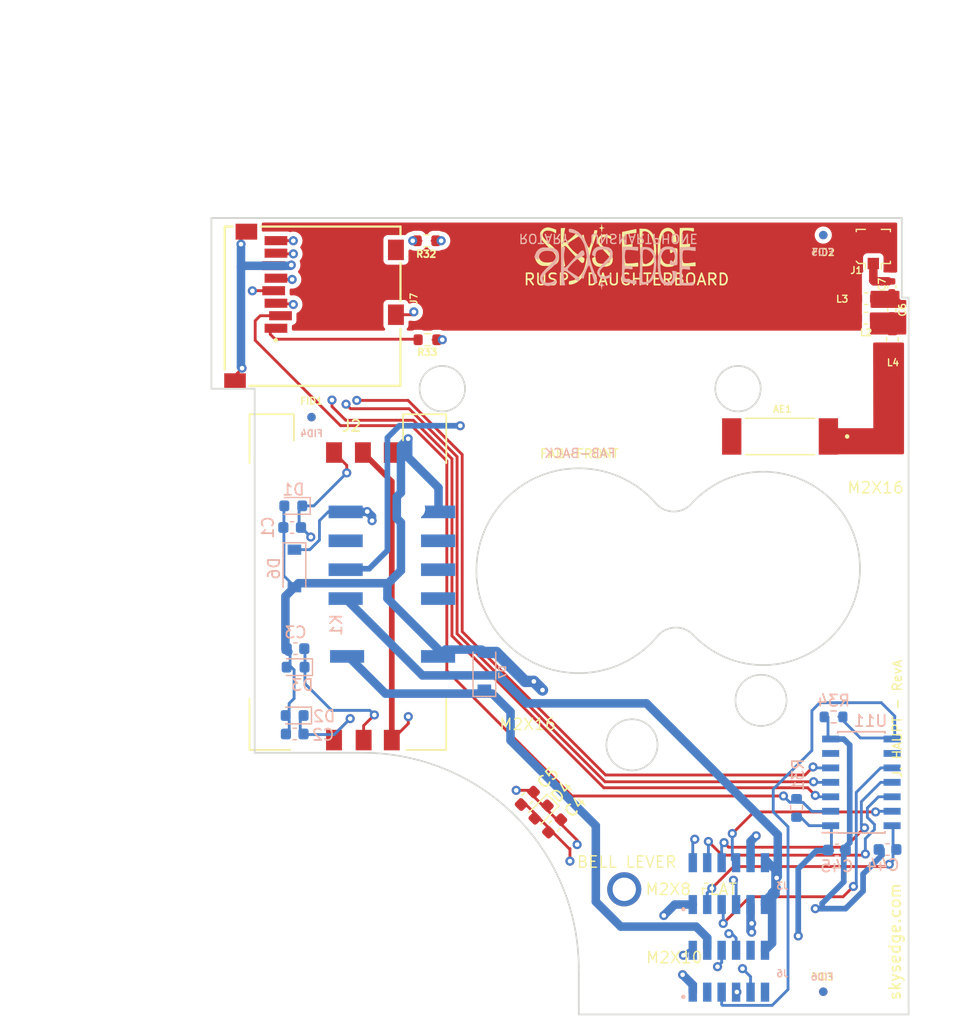
<source format=kicad_pcb>
(kicad_pcb (version 20211014) (generator pcbnew)
  (layers (0 "F.Cu" signal "1_GNDA.Cu") (1 "In1.Cu" signal "2_3v3.Cu") (2 "In2.Cu" signal "3_3V8.Cu") (31 "B.Cu" signal "4_GND.Cu") (34 "B.Paste" user) (35 "F.Paste" user) (36 "B.SilkS" user "B.Silkscreen") (37 "F.SilkS" user "F.Silkscreen") (38 "B.Mask" user) (39 "F.Mask" user) (44 "Edge.Cuts" user))
  (net 0 "")
  (net 1 "GND")
  (net 2 "/MISO")
  (net 3 "/MOSI")
  (net 4 "+3V8")
  (net 5 "+3V3")
  (net 6 "/SD CARD/SCK_3V3")
  (net 7 "/SD CARD/DO_3V3")
  (net 8 "/SD_CD")
  (net 9 "/SD CARD/DI_3V3")
  (net 10 "/SD CARD/CS_3V3")
  (net 11 "/SD_CS")
  (net 12 "/SIM_IO")
  (net 13 "/SIM_CLK")
  (net 14 "/SIM_RST")
  (net 15 "/VSIM")
  (net 16 "/LL_OE")
  (net 17 "Net-(J7-Pad1)")
  (net 18 "Net-(J7-Pad8)")
  (net 19 "/POWSW4")
  (net 20 "/RELAYOFF")
  (net 21 "+BATT")
  (net 22 "Net-(AE1-Pad1)")
  (net 23 "GNDA")
  (net 24 "Net-(C6-Pad2)")
  (net 25 "/SCK")
  (net 26 "Net-(C6-Pad1)")
  (net 27 "Net-(C7-Pad2)")
  (net 29 "VBUS")
  (net 30 "/PDn")
  (net 31 "+1V8")
  (footprint "Capacitor_SMD:C_0603_1608Metric" (layer "F.Cu") (at 145.48 120 -135)
    (fp_text reference "C5")
    (fp_text value ".1uF/16V")
  )
  (footprint "MountingHole:MountingHole_2.2mm_M2" (layer "F.Cu") (at 141 113.5)
    (fp_text reference "MH1" hide)
    (fp_text value "MountingHole")
  )
  (footprint "Fiducial:Fiducial_0.75mm_Dia_1.5mm_Outer" (layer "F.Cu") (at 171.5 70.5)
    (fp_text reference "FID2")
    (fp_text value "Fiducial")
  )
  (footprint "Fiducial:Fiducial_0.75mm_Dia_1.5mm_Outer" (layer "F.Cu") (at 126.5 86.5)
    (fp_text reference "FID1")
    (fp_text value "Fiducial")
  )
  (footprint "Capacitor_SMD:C_0603_1608Metric" (layer "F.Cu") (at 147.88 122.43 -135)
    (fp_text reference "C4")
    (fp_text value "47pF/50V")
  )
  (footprint "Resistor_SMD:R_0603_1608Metric" (layer "F.Cu") (at 136.7 79.7 180)
    (fp_text reference "R33")
    (fp_text value "100k")
  )
  (footprint "Resistor_SMD:R_0603_1608Metric" (layer "F.Cu") (at 136.615 71 180)
    (fp_text reference "R32")
    (fp_text value "100k")
  )
  (footprint "digikey-footprints:MicroSDSocket_GCT_MEM2061-01-188-00-A" (layer "F.Cu") (at 126.6 76.75 -90)
    (fp_text reference "J7")
    (fp_text value "Micro_SD_Card_Det")
  )
  (footprint "MountingHole:MountingHole_2.2mm_M2" (layer "F.Cu") (at 176.5 95.5)
    (fp_text reference "MH4" hide)
    (fp_text value "MountingHole")
  )
  (footprint "Diode_SMD:D_0603_1608Metric" (layer "F.Cu") (at 146.69 121.21 -135)
    (fp_text reference "D4")
    (fp_text value "D_TVS")
  )
  (footprint "MyFootprints:SkysEdge_18mm" (layer "F.Cu") (at 153.3 71.4)
    (fp_text reference "LOGO2" hide)
    (fp_text value "Logo2" hide)
  )
  (footprint "MyFootprints:MountingHole_2mm" (layer "F.Cu") (at 154 128)
    (fp_text reference "MH3" hide)
    (fp_text value "MountingHole")
  )
  (footprint "MountingHole:MountingHole_2.2mm_M2" (layer "F.Cu") (at 154 134)
    (fp_text reference "MH2" hide)
    (fp_text value "MountingHole")
  )
  (footprint "Fiducial:Fiducial_0.75mm_Dia_1.5mm_Outer" (layer "F.Cu") (at 171.5 137)
    (fp_text reference "FID3")
    (fp_text value "Fiducial")
  )
  (footprint "MyFootprints:SIMHolder_Amph7111S2015X02LF" (layer "F.Cu") (at 129.75 102.25 180)
    (fp_text reference "J2")
    (fp_text value "SIM" hide)
  )
  (footprint "Capacitor_SMD:C_0402_1005Metric" (layer "F.Cu") (at 177.53 75.05 90)
    (fp_text reference "C7")
    (fp_text value "3.6pF")
  )
  (footprint "Inductor_SMD:L_0603_1608Metric" (layer "F.Cu") (at 175.26 76.1 180)
    (fp_text reference "L3")
    (fp_text value "9.5nH")
  )
  (footprint "Capacitor_SMD:C_0402_1005Metric" (layer "F.Cu") (at 177.52 77.075 90)
    (fp_text reference "C6")
    (fp_text value ".9pF")
  )
  (footprint "Inductor_SMD:L_0603_1608Metric" (layer "F.Cu") (at 177.58 79.66 90)
    (fp_text reference "L4")
    (fp_text value "7.5nH")
  )
  (footprint "Inductor_SMD:L_0603_1608Metric" (layer "F.Cu") (at 175.25 77.8 180)
    (fp_text reference "L2")
    (fp_text value "15nH")
  )
  (footprint "Connector_Coaxial:U.FL_Molex_MCRF_73412-0110_Vertical" (layer "F.Cu") (at 175.9 71.5)
    (fp_text reference "J1")
    (fp_text value "Conn_Coaxial")
  )
  (footprint "MyFootprints:XCVR_NN02-232" (layer "F.Cu") (at 167.7 88.2 180)
    (fp_text reference "AE1")
    (fp_text value "Antenna_Chip")
  )
  (footprint "Diode_SMD:D_0603_1608Metric" (layer "B.Cu") (at 125.1 108.475 180)
    (fp_text reference "D3")
    (fp_text value "D_TVS")
  )
  (footprint "MyFootprints:Samtec_2x6HeaderSocket_FLE-106-01-G-DV" (layer "B.Cu") (at 163.2 135.2)
    (fp_text reference "J6")
    (fp_text value "Conn_01x12" hide)
  )
  (footprint "Diode_SMD:D_0603_1608Metric" (layer "B.Cu") (at 125.015 112.725 180)
    (fp_text reference "D2")
    (fp_text value "D_TVS")
  )
  (footprint "Fiducial:Fiducial_0.75mm_Dia_1.5mm_Outer" (layer "B.Cu") (at 171.5 70.5)
    (fp_text reference "FID5")
    (fp_text value "Fiducial")
  )
  (footprint "Capacitor_SMD:C_0603_1608Metric" (layer "B.Cu") (at 124.8 96.2 180)
    (fp_text reference "C1")
    (fp_text value "47pF/50V")
  )
  (footprint "Capacitor_SMD:C_0603_1608Metric" (layer "B.Cu") (at 125.025 114.35 180)
    (fp_text reference "C2")
    (fp_text value "47pF/50V")
  )
  (footprint "Diode_SMD:D_0603_1608Metric" (layer "B.Cu") (at 124.9 94.3 180)
    (fp_text reference "D1")
    (fp_text value "D_TVS")
  )
  (footprint "Fiducial:Fiducial_0.75mm_Dia_1.5mm_Outer" (layer "B.Cu") (at 126.5 86.5)
    (fp_text reference "FID4")
    (fp_text value "Fiducial")
  )
  (footprint "Capacitor_SMD:C_0603_1608Metric" (layer "B.Cu") (at 125.09 106.85 180)
    (fp_text reference "C3")
    (fp_text value "47pF/50V")
  )
  (footprint "MyFootprints:Samtec_2x6HeaderSocket_FLE-106-01-G-DV" (layer "B.Cu") (at 163.2 127.5)
    (fp_text reference "J3")
    (fp_text value "Conn_01x12" hide)
  )
  (footprint "MyFootprints:Relay_Kemet_EE2-3TNU" (layer "B.Cu") (at 130.13 107.53 90)
    (fp_text reference "K1")
    (fp_text value "EE2-3TNU " hide)
  )
  (footprint "Diode_SMD:D_SOD-123" (layer "B.Cu") (at 125 99.8 -90)
    (fp_text reference "D6")
    (fp_text value "1N4148")
  )
  (footprint "Resistor_SMD:R_0603_1608Metric" (layer "B.Cu") (at 169.15 120.85 90)
    (fp_text reference "R31")
    (fp_text value "100k")
  )
  (footprint "Diode_SMD:D_SOD-123" (layer "B.Cu") (at 141.7 108.8 90)
    (fp_text reference "D7")
    (fp_text value "1N4148")
  )
  (footprint "MyFootprints:SkysEdge_18mm" (layer "B.Cu") (at 153.3 73.4)
    (fp_text reference "LOGO1" hide)
    (fp_text value "Logo1" hide)
  )
  (footprint "Resistor_SMD:R_0603_1608Metric" (layer "B.Cu") (at 172.4 112.85 180)
    (fp_text reference "R34")
    (fp_text value "10k")
  )
  (footprint "Capacitor_SMD:C_0603_1608Metric" (layer "B.Cu") (at 177.15 124.5 180)
    (fp_text reference "C44")
    (fp_text value ".1uF/16V")
  )
  (footprint "Capacitor_SMD:C_0603_1608Metric" (layer "B.Cu") (at 172.7 124.55)
    (fp_text reference "C45")
    (fp_text value ".1uF/16V")
  )
  (footprint "Fiducial:Fiducial_0.75mm_Dia_1.5mm_Outer" (layer "B.Cu") (at 171.5 137)
    (fp_text reference "FID6")
    (fp_text value "Fiducial")
  )
  (footprint "Package_SO:SOIC-14_3.9x8.7mm_P1.27mm" (layer "B.Cu") (at 174.85 118.6)
    (fp_text reference "U11")
    (fp_text value "TXB0104D")
  )
  (gr_arc (start 159.926065 94.096483) (mid 158.28443 94.797249) (end 156.695 93.985) (layer "Edge.Cuts") (width 0.15))
  (gr_arc (start 159.926065 94.096483) (mid 174.722607 99.691385) (end 160.068323 105.648945) (layer "Edge.Cuts") (width 0.15))
  (gr_line (start 121.5 116) (end 121.5 84) (layer "Edge.Cuts") (width 0.15))
  (gr_line (start 121.5 84) (end 117.7 84) (layer "Edge.Cuts") (width 0.15))
  (gr_line (start 117.7 84) (end 117.7 69) (layer "Edge.Cuts") (width 0.15))
  (gr_line (start 117.7 69) (end 178.4 69) (layer "Edge.Cuts") (width 0.15))
  (gr_line (start 121.5 116) (end 131 116) (layer "Edge.Cuts") (width 0.15))
  (gr_line (start 150 139) (end 150 135) (layer "Edge.Cuts") (width 0.15))
  (gr_arc (start 131 116) (mid 144.435029 121.564971) (end 150 135) (layer "Edge.Cuts") (width 0.15))
  (gr_circle (center 154.678 115.301) (end 156.928 115.301) (layer "Edge.Cuts") (width 0.15) (fill none))
  (gr_circle (center 166.024 111.394) (end 168.274 111.394) (layer "Edge.Cuts") (width 0.15) (fill none))
  (gr_arc (start 156.920113 105.754588) (mid 141.001465 100.172112) (end 156.695 93.985) (layer "Edge.Cuts") (width 0.15))
  (gr_arc (start 156.921397 105.755655) (mid 158.470189 104.997082) (end 160.06588 105.651267) (layer "Edge.Cuts") (width 0.15))
  (gr_line (start 179 76) (end 179 139) (layer "Edge.Cuts") (width 0.15))
  (gr_line (start 179 139) (end 150 139) (layer "Edge.Cuts") (width 0.15))
  (gr_line (start 178.4 76) (end 178.4 69) (layer "Edge.Cuts") (width 0.15))
  (gr_circle (center 164 84) (end 166 84) (layer "Edge.Cuts") (width 0.15) (fill none))
  (gr_line (start 179 76) (end 178.4 76) (layer "Edge.Cuts") (width 0.15))
  (gr_circle (center 138 84) (end 140 84) (layer "Edge.Cuts") (width 0.15) (fill none))
  (gr_text "ROTARY   UNSMARTPHONE" (at 152.6 70.8 180) (layer "B.SilkS") (effects (font (size 0.8 0.8) (thickness 0.12)) (justify mirror)))
  (gr_text "FAB-BACK" (at 150.1 89.68) (layer "B.SilkS") (effects (font (size 0.8 0.8) (thickness 0.12)) (justify mirror)))
  (gr_text "RUSP  DAUGHTERBOARD" (at 154.2 74.4) (layer "F.SilkS") (effects (font (size 1 1))))
  (gr_text "skysedge.com" (at 177.8 132.6 90) (layer "F.SilkS") (effects (font (size 1 1))))
  (gr_text "M2X16" (at 145.5 113.5) (layer "F.SilkS") (effects (font (size 1 1) (thickness 0.12))))
  (gr_text "M2X10" (at 158.4 134) (layer "F.SilkS") (effects (font (size 1 1) (thickness 0.12))))
  (gr_text "J. HAUPT - RevA" (at 178 113 90) (layer "F.SilkS") (effects (font (size 0.8 0.8) (thickness 0.12))))
  (gr_text "FAB-FRONT" (at 150.06 89.72) (layer "F.SilkS") (effects (font (size 0.8 0.8) (thickness 0.12))))
  (gr_text "M2X16" (at 176.1 92.7) (layer "F.SilkS") (effects (font (size 1 1) (thickness 0.12))))
  (gr_text "M2X8 FLAT" (at 159.9 128) (layer "F.SilkS") (effects (font (size 1 1) (thickness 0.12))))
  (gr_text "BELL LEVER " (at 154.6 125.6) (layer "F.SilkS") (effects (font (size 1 1) (thickness 0.12))))
  (segment (start 124.667993 73.19) (end 122.675 73.19) (width 0.25) (layer "F.Cu") (net 1))
  (segment (start 133.56 89.6135) (end 133.7865 89.6135) (width 0.25) (layer "F.Cu") (net 1))
  (segment (start 120.275 70.2) (end 120.275 71.275) (width 0.25) (layer "F.Cu") (net 1))
  (segment (start 120.275 71.275) (end 120.3 71.3) (width 0.25) (layer "F.Cu") (net 1))
  (segment (start 124.723699 73.134294) (end 124.667993 73.19) (width 0.25) (layer "F.Cu") (net 1))
  (segment (start 149.22501 124.42501) (end 149.153762 124.42501) (width 0.25) (layer "F.Cu") (net 1))
  (segment (start 147.319376 122.560624) (end 146.229376 121.470624) (width 0.25) (layer "F.Cu") (net 1))
  (segment (start 149.22501 124.42501) (end 149.22501 125.524888) (width 0.25) (layer "F.Cu") (net 1))
  (segment (start 147.319376 122.590624) (end 147.319376 122.560624) (width 0.25) (layer "F.Cu") (net 1))
  (segment (start 119.275 83.35) (end 120.396006 82.228994) (width 0.25) (layer "F.Cu") (net 1))
  (segment (start 146.229376 121.428198) (end 145.140589 120.339411) (width 0.25) (layer "F.Cu") (net 1))
  (segment (start 133.7865 89.6135) (end 135 88.4) (width 0.25) (layer "F.Cu") (net 1))
  (segment (start 149.153762 124.42501) (end 147.319376 122.590624) (width 0.25) (layer "F.Cu") (net 1))
  (segment (start 146.229376 121.470624) (end 146.229376 121.428198) (width 0.25) (layer "F.Cu") (net 1))
  (segment (start 120.396006 82.228994) (end 120.396006 82.2) (width 0.25) (layer "F.Cu") (net 1))
  (via (at 159.13266 135.50734) (size 0.8) (drill 0.4) (layers "F.Cu" "B.Cu") (net 1))
  (via (at 124.723699 73.134294) (size 0.8) (drill 0.4) (layers "F.Cu" "B.Cu") (net 1))
  (via (at 120.3 71.3) (size 0.8) (drill 0.4) (layers "F.Cu" "B.Cu") (net 1))
  (via (at 135 88.4) (size 0.8) (drill 0.4) (layers "F.Cu" "B.Cu") (net 1))
  (via (at 165.6 123.3) (size 0.8) (drill 0.4) (layers "F.Cu" "B.Cu") (net 1))
  (via (at 149.22501 125.524888) (size 0.8) (drill 0.4) (layers "F.Cu" "B.Cu") (net 1))
  (via (at 157.48 130.302) (size 0.8) (drill 0.4) (layers "F.Cu" "B.Cu") (net 1))
  (via (at 170.8 129.7) (size 0.8) (drill 0.4) (layers "F.Cu" "B.Cu") (net 1))
  (via (at 146.05 109.728) (size 0.8) (drill 0.4) (layers "F.Cu" "B.Cu") (net 1))
  (via (at 146.812 110.49) (size 0.8) (drill 0.4) (layers "F.Cu" "B.Cu") (net 1))
  (via (at 120.396006 82.2) (size 0.8) (drill 0.4) (layers "F.Cu" "B.Cu") (net 1))
  (segment (start 137.6 107.6) (end 138.266 106.934) (width 0.75) (layer "B.Cu") (net 1))
  (segment (start 125.35 101.1) (end 133.104 101.1) (width 0.75) (layer "B.Cu") (net 1))
  (segment (start 124.968 108.712) (end 124.968 111.232) (width 0.25) (layer "B.Cu") (net 1))
  (segment (start 135 88.4) (end 134.366 89.034) (width 0.75) (layer "B.Cu") (net 1))
  (segment (start 135 88.4) (end 135 90.042) (width 0.75) (layer "B.Cu") (net 1))
  (segment (start 171.4 129.24198) (end 173.3 127.34198) (width 0.5) (layer "B.Cu") (net 1))
  (segment (start 171.915 114.515) (end 172.2 114.8) (width 0.25) (layer "B.Cu") (net 1))
  (segment (start 173.457984 129.7) (end 171.4 129.7) (width 0.5) (layer "B.Cu") (net 1))
  (segment (start 158.442 129.34) (end 157.48 130.302) (width 0.75) (layer "B.Cu") (net 1))
  (segment (start 171.915 112.85) (end 171.915 114.515) (width 0.25) (layer "B.Cu") (net 1))
  (segment (start 124.074999 94.615001) (end 124.074999 100.452999) (width 0.25) (layer "B.Cu") (net 1))
  (segment (start 173.82499 123.91001) (end 173.82499 115.32499) (width 0.5) (layer "B.Cu") (net 1))
  (segment (start 160.025 129.34) (end 158.442 129.34) (width 0.75) (layer "B.Cu") (net 1))
  (segment (start 146.05 109.728) (end 145.288 109.728) (width 1) (layer "B.Cu") (net 1))
  (segment (start 134.366 89.034) (end 134.366 93.134) (width 0.75) (layer "B.Cu") (net 1))
  (segment (start 160.025 136.39968) (end 159.13266 135.50734) (width 0.75) (layer "B.Cu") (net 1))
  (segment (start 138.266 106.934) (end 141.478 106.934) (width 0.75) (layer "B.Cu") (net 1))
  (segment (start 173.185 124.55) (end 173.82499 123.91001) (width 0.5) (layer "B.Cu") (net 1))
  (segment (start 176.665 124.993002) (end 174.999992 126.65801) (width 0.5) (layer "B.Cu") (net 1))
  (segment (start 146.05 109.728) (end 146.812 110.49) (width 1) (layer "B.Cu") (net 1))
  (segment (start 176.665 124.5) (end 176.37 124.5) (width 0.25) (layer "B.Cu") (net 1))
  (segment (start 137.6 106.866) (end 137.6 107.6) (width 0.75) (layer "B.Cu") (net 1))
  (segment (start 134.366 99.980002) (end 133.175001 101.171001) (width 0.75) (layer "B.Cu") (net 1))
  (segment (start 124.206 102.244) (end 124.206 106.869214) (width 0.75) (layer "B.Cu") (net 1))
  (segment (start 120.3 73.31) (end 120.3 82.103994) (width 0.75) (layer "B.Cu") (net 1))
  (segment (start 173.3 114.8) (end 172.1 114.8) (width 0.5) (layer "B.Cu") (net 1))
  (segment (start 174.999992 126.65801) (end 174.999992 128.157992) (width 0.5) (layer "B.Cu") (net 1))
  (segment (start 142.748 107.188) (end 141.732 107.188) (width 1) (layer "B.Cu") (net 1))
  (segment (start 171.4 129.7) (end 171.4 129.24198) (width 0.5) (layer "B.Cu") (net 1))
  (segment (start 125 101.45) (end 125.35 101.1) (width 0.75) (layer "B.Cu") (net 1))
  (segment (start 134 95.4) (end 134.366 95.766) (width 0.75) (layer "B.Cu") (net 1))
  (segment (start 134 93.5) (end 134 95.4) (width 0.75) (layer "B.Cu") (net 1))
  (segment (start 160.025 137.04) (end 160.025 136.39968) (width 0.75) (layer "B.Cu") (net 1))
  (segment (start 171.4 129.7) (end 170.8 129.7) (width 0.5) (layer "B.Cu") (net 1))
  (segment (start 137.668 92.71) (end 137.668 94.742) (width 0.75) (layer "B.Cu") (net 1))
  (segment (start 165.105 125.66) (end 165.105 123.795) (width 0.75) (layer "B.Cu") (net 1))
  (segment (start 120.3 82.103994) (end 120.396006 82.2) (width 0.75) (layer "B.Cu") (net 1))
  (segment (start 124.54 114.35) (end 124.54 113.204) (width 0.25) (layer "B.Cu") (net 1))
  (segment (start 174.999992 128.157992) (end 173.457984 129.7) (width 0.5) (layer "B.Cu") (net 1))
  (segment (start 124.074999 100.452999) (end 125.222 101.6) (width 0.25) (layer "B.Cu") (net 1))
  (segment (start 124.714 108.458) (end 124.968 108.712) (width 0.25) (layer "B.Cu") (net 1))
  (segment (start 134.366 95.766) (end 134.366 99.980002) (width 0.75) (layer "B.Cu") (net 1))
  (segment (start 165.105 123.795) (end 165.6 123.3) (width 0.75) (layer "B.Cu") (net 1))
  (segment (start 124.53 111.67) (end 124.53 113.025) (width 0.25) (layer "B.Cu") (net 1))
  (segment (start 124.39 94.3) (end 124.074999 94.615001) (width 0.25) (layer "B.Cu") (net 1))
  (segment (start 120.3 71.3) (end 120.3 73.31) (width 0.75) (layer "B.Cu") (net 1))
  (segment (start 133.104 101.1) (end 133.175001 101.171001) (width 0.75) (layer "B.Cu") (net 1))
  (segment (start 145.288 109.728) (end 142.748 107.188) (width 1) (layer "B.Cu") (net 1))
  (segment (start 124.615 108.475) (end 124.615 107.287) (width 0.25) (layer "B.Cu") (net 1))
  (segment (start 133.175001 102.441001) (end 137.6 106.866) (width 0.75) (layer "B.Cu") (net 1))
  (segment (start 124.206 106.869214) (end 124.46 107.123214) (width 0.75) (layer "B.Cu") (net 1))
  (segment (start 124.968 111.232) (end 124.53 111.67) (width 0.25) (layer "B.Cu") (net 1))
  (segment (start 135 90.042) (end 137.668 92.71) (width 0.75) (layer "B.Cu") (net 1))
  (segment (start 124.657993 73.2) (end 120.41 73.2) (width 0.75) (layer "B.Cu") (net 1))
  (segment (start 124.723699 73.134294) (end 124.657993 73.2) (width 0.75) (layer "B.Cu") (net 1))
  (segment (start 133.175001 101.171001) (end 133.175001 102.441001) (width 0.75) (layer "B.Cu") (net 1))
  (segment (start 176.665 124.5) (end 176.665 124.993002) (width 0.5) (layer "B.Cu") (net 1))
  (segment (start 125 101.45) (end 124.206 102.244) (width 0.75) (layer "B.Cu") (net 1))
  (segment (start 173.3 127.34198) (end 173.3 124.6) (width 0.5) (layer "B.Cu") (net 1))
  (segment (start 120.41 73.2) (end 120.3 73.31) (width 0.75) (layer "B.Cu") (net 1))
  (segment (start 134.366 93.134) (end 134 93.5) (width 0.75) (layer "B.Cu") (net 1))
  (segment (start 173.82499 115.32499) (end 173.3 114.8) (width 0.5) (layer "B.Cu") (net 1))
  (segment (start 165.044989 128.655011) (end 162.7 131) (width 0.25) (layer "F.Cu") (net 2))
  (segment (start 173.244971 128.655011) (end 165.044989 128.655011) (width 0.25) (layer "F.Cu") (net 2))
  (segment (start 174.149991 127.749991) (end 173.244971 128.655011) (width 0.25) (layer "F.Cu") (net 2))
  (via (at 174.149991 127.749991) (size 0.8) (drill 0.4) (layers "F.Cu" "B.Cu") (net 2))
  (via (at 162.7 131) (size 0.8) (drill 0.4) (layers "F.Cu" "B.Cu") (net 2))
  (segment (start 174.4 119.48) (end 174.4 127.499982) (width 0.25) (layer "B.Cu") (net 2))
  (segment (start 176.55 117.33) (end 174.4 119.48) (width 0.25) (layer "B.Cu") (net 2))
  (segment (start 174.4 127.499982) (end 174.149991 127.749991) (width 0.25) (layer "B.Cu") (net 2))
  (segment (start 177.55 117.33) (end 176.55 117.33) (width 0.25) (layer "B.Cu") (net 2))
  (segment (start 162.7 131) (end 162.7 129.3) (width 0.25) (layer "B.Cu") (net 2))
  (segment (start 162.6 125) (end 161.4 123.8) (width 0.25) (layer "F.Cu") (net 3))
  (segment (start 175.2 124.9) (end 175.1 125) (width 0.25) (layer "F.Cu") (net 3))
  (segment (start 175.1 125) (end 162.6 125) (width 0.25) (layer "F.Cu") (net 3))
  (via (at 161.4 123.8) (size 0.8) (drill 0.4) (layers "F.Cu" "B.Cu") (net 3))
  (via (at 175.2 124.9) (size 0.8) (drill 0.4) (layers "F.Cu" "B.Cu") (net 3))
  (segment (start 176 122.749114) (end 175.2 123.549114) (width 0.25) (layer "B.Cu") (net 3))
  (segment (start 175.2 123.549114) (end 175.2 124.9) (width 0.25) (layer "B.Cu") (net 3))
  (segment (start 176.356998 119.87) (end 175.375489 120.851509) (width 0.25) (layer "B.Cu") (net 3))
  (segment (start 175.375489 121.675489) (end 176 122.3) (width 0.25) (layer "B.Cu") (net 3))
  (segment (start 177.55 119.87) (end 176.356998 119.87) (width 0.25) (layer "B.Cu") (net 3))
  (segment (start 161.4 123.8) (end 161.4 125.4) (width 0.25) (layer "B.Cu") (net 3))
  (segment (start 176 122.3) (end 176 122.749114) (width 0.25) (layer "B.Cu") (net 3))
  (segment (start 175.375489 120.851509) (end 175.375489 121.675489) (width 0.25) (layer "B.Cu") (net 3))
  (segment (start 177.3 125.8) (end 177.1 126) (width 0.25) (layer "F.Cu") (net 4))
  (segment (start 177.1 126) (end 163.619805 126) (width 0.25) (layer "F.Cu") (net 4))
  (segment (start 163.619805 126) (end 161.694805 127.925) (width 0.25) (layer "F.Cu") (net 4))
  (via (at 161.694805 127.925) (size 0.8) (drill 0.4) (layers "F.Cu" "B.Cu") (net 4))
  (via (at 160.2 123.6) (size 0.8) (drill 0.4) (layers "F.Cu" "B.Cu") (net 4))
  (via (at 177.3 125.8) (size 0.8) (drill 0.4) (layers "F.Cu" "B.Cu") (net 4))
  (via (at 139.58 87.26) (size 0.8) (drill 0.4) (layers "F.Cu" "B.Cu") (net 4))
  (segment (start 133.174989 88.313011) (end 133.174989 98.219011) (width 0.5) (layer "B.Cu") (net 4))
  (segment (start 131.572 99.822) (end 129.286 99.822) (width 0.5) (layer "B.Cu") (net 4))
  (segment (start 139.58 87.26) (end 134.228 87.26) (width 0.5) (layer "B.Cu") (net 4))
  (segment (start 177.3 125.8) (end 177.635 125.465) (width 0.25) (layer "B.Cu") (net 4))
  (segment (start 177.62 122.5) (end 177.55 122.5) (width 0.25) (layer "B.Cu") (net 4))
  (segment (start 160.025 123.775) (end 160.2 123.6) (width 0.25) (layer "B.Cu") (net 4))
  (segment (start 177.635 125.465) (end 177.635 122.485) (width 0.25) (layer "B.Cu") (net 4))
  (segment (start 161.295 128.324805) (end 161.694805 127.925) (width 0.25) (layer "B.Cu") (net 4))
  (segment (start 160.025 125.66) (end 160.025 123.775) (width 0.25) (layer "B.Cu") (net 4))
  (segment (start 161.295 129.34) (end 161.295 128.324805) (width 0.25) (layer "B.Cu") (net 4))
  (segment (start 134.228 87.26) (end 133.174989 88.313011) (width 0.5) (layer "B.Cu") (net 4))
  (segment (start 133.174989 98.219011) (end 131.572 99.822) (width 0.5) (layer "B.Cu") (net 4))
  (segment (start 177.635 122.485) (end 177.62 122.5) (width 0.25) (layer "B.Cu") (net 4))
  (segment (start 137.185 79.7) (end 138 79.7) (width 0.25) (layer "F.Cu") (net 5))
  (segment (start 137.1 71) (end 137.9 71) (width 0.25) (layer "F.Cu") (net 5))
  (segment (start 122.675 75.39) (end 121.31 75.39) (width 0.25) (layer "F.Cu") (net 5))
  (segment (start 121.31 75.39) (end 121.3 75.4) (width 0.25) (layer "F.Cu") (net 5))
  (via (at 138 79.7) (size 0.8) (drill 0.4) (layers "F.Cu" "B.Cu") (net 5))
  (via (at 121.3 75.4) (size 0.8) (drill 0.4) (layers "F.Cu" "B.Cu") (net 5))
  (via (at 169.3 132.1) (size 0.8) (drill 0.4) (layers "F.Cu" "B.Cu") (net 5))
  (via (at 159.2 133.8) (size 0.8) (drill 0.4) (layers "F.Cu" "B.Cu") (net 5))
  (via (at 137.9 71) (size 0.8) (drill 0.4) (layers "F.Cu" "B.Cu") (net 5))
  (segment (start 170.26 122.41) (end 169.2 121.35) (width 0.25) (layer "B.Cu") (net 5))
  (segment (start 172.15 122.41) (end 170.26 122.41) (width 0.25) (layer "B.Cu") (net 5))
  (segment (start 159.64 133.36) (end 159.2 133.8) (width 0.25) (layer "B.Cu") (net 5))
  (segment (start 170.9 124.6) (end 172.2 124.6) (width 0.5) (layer "B.Cu") (net 5))
  (segment (start 172.215 124.55) (end 172.215 122.565) (width 0.25) (layer "B.Cu") (net 5))
  (segment (start 169.3 132.1) (end 169.3 126.2) (width 0.5) (layer "B.Cu") (net 5))
  (segment (start 169.3 126.2) (end 170.9 124.6) (width 0.5) (layer "B.Cu") (net 5))
  (segment (start 160.025 133.36) (end 159.64 133.36) (width 0.25) (layer "B.Cu") (net 5))
  (segment (start 170.65 118.55) (end 152.31359 118.55) (width 0.25) (layer "F.Cu") (net 6))
  (segment (start 135.083775 85.762339) (end 129.937659 85.762339) (width 0.25) (layer "F.Cu") (net 6))
  (segment (start 129.937659 85.762339) (end 129.53766 85.36234) (width 0.25) (layer "F.Cu") (net 6))
  (segment (start 139.3 105.53641) (end 139.3 89.978564) (width 0.25) (layer "F.Cu") (net 6))
  (segment (start 124.8 74.4) (end 122.8 74.4) (width 0.25) (layer "F.Cu") (net 6))
  (segment (start 122.8 74.4) (end 122.7 74.3) (width 0.25) (layer "F.Cu") (net 6))
  (segment (start 152.31359 118.55) (end 139.3 105.53641) (width 0.25) (layer "F.Cu") (net 6))
  (segment (start 139.3 89.978564) (end 135.083775 85.762339) (width 0.25) (layer "F.Cu") (net 6))
  (via (at 129.53766 85.36234) (size 0.8) (drill 0.4) (layers "F.Cu" "B.Cu") (net 6))
  (via (at 170.65 118.55) (size 0.8) (drill 0.4) (layers "F.Cu" "B.Cu") (net 6))
  (via (at 124.8 74.4) (size 0.8) (drill 0.4) (layers "F.Cu" "B.Cu") (net 6))
  (segment (start 172.15 118.6) (end 170.7 118.6) (width 0.25) (layer "B.Cu") (net 6))
  (segment (start 170.7 118.6) (end 170.65 118.55) (width 0.25) (layer "B.Cu") (net 6))
  (segment (start 139.75 89.792846) (end 134.989659 85.032505) (width 0.25) (layer "F.Cu") (net 7))
  (segment (start 124.909034 72.152125) (end 123.002125 72.152125) (width 0.25) (layer "F.Cu") (net 7))
  (segment (start 152.354784 117.954784) (end 139.75 105.35) (width 0.25) (layer "F.Cu") (net 7))
  (segment (start 170.6 117.25) (end 169.895216 117.954784) (width 0.25) (layer "F.Cu") (net 7))
  (segment (start 169.895216 117.954784) (end 152.354784 117.954784) (width 0.25) (layer "F.Cu") (net 7))
  (segment (start 134.989659 85.032505) (end 130.481712 85.032505) (width 0.25) (layer "F.Cu") (net 7))
  (segment (start 123.002125 72.152125) (end 122.95 72.1) (width 0.25) (layer "F.Cu") (net 7))
  (segment (start 139.75 105.35) (end 139.75 89.792846) (width 0.25) (layer "F.Cu") (net 7))
  (via (at 124.909034 72.152125) (size 0.8) (drill 0.4) (layers "F.Cu" "B.Cu") (net 7))
  (via (at 130.481712 85.032505) (size 0.8) (drill 0.4) (layers "F.Cu" "B.Cu") (net 7))
  (via (at 170.6 117.25) (size 0.8) (drill 0.4) (layers "F.Cu" "B.Cu") (net 7))
  (segment (start 172.15 117.33) (end 170.68 117.33) (width 0.25) (layer "B.Cu") (net 7))
  (segment (start 170.68 117.33) (end 170.6 117.25) (width 0.25) (layer "B.Cu") (net 7))
  (segment (start 135.25 77.5) (end 135.5 77.25) (width 0.25) (layer "F.Cu") (net 8))
  (segment (start 133.425 77.5) (end 135.25 77.5) (width 0.25) (layer "F.Cu") (net 8))
  (via (at 135.5 77.25) (size 0.8) (drill 0.4) (layers "F.Cu" "B.Cu") (net 8))
  (via (at 163.6 127.2) (size 0.8) (drill 0.4) (layers "F.Cu" "B.Cu") (net 8))
  (segment (start 163.835 129.34) (end 163.835 127.435) (width 0.25) (layer "B.Cu") (net 8))
  (segment (start 163.835 127.435) (end 163.6 127.2) (width 0.25) (layer "B.Cu") (net 8))
  (segment (start 128.3 85.565685) (end 128.3 85) (width 0.25) (layer "F.Cu") (net 9))
  (segment (start 129.509316 86.775001) (end 128.3 85.565685) (width 0.25) (layer "F.Cu") (net 9))
  (segment (start 124.85 76.55) (end 122.9 76.55) (width 0.25) (layer "F.Cu") (net 9))
  (segment (start 124.9 76.6) (end 124.85 76.55) (width 0.25) (layer "F.Cu") (net 9))
  (segment (start 138.849991 105.722811) (end 138.849991 90.164273) (width 0.25) (layer "F.Cu") (net 9))
  (segment (start 135.460719 86.775001) (end 129.509316 86.775001) (width 0.25) (layer "F.Cu") (net 9))
  (segment (start 138.849991 90.164273) (end 135.460719 86.775001) (width 0.25) (layer "F.Cu") (net 9))
  (segment (start 170.8 119.75) (end 170.124998 119.074998) (width 0.25) (layer "F.Cu") (net 9))
  (segment (start 152.202178 119.074998) (end 138.849991 105.722811) (width 0.25) (layer "F.Cu") (net 9))
  (segment (start 170.124998 119.074998) (end 152.202178 119.074998) (width 0.25) (layer "F.Cu") (net 9))
  (via (at 124.9 76.6) (size 0.8) (drill 0.4) (layers "F.Cu" "B.Cu") (net 9))
  (via (at 170.8 119.75) (size 0.8) (drill 0.4) (layers "F.Cu" "B.Cu") (net 9))
  (via (at 128.3 85) (size 0.8) (drill 0.4) (layers "F.Cu" "B.Cu") (net 9))
  (segment (start 172.15 119.87) (end 170.92 119.87) (width 0.25) (layer "B.Cu") (net 9))
  (segment (start 170.92 119.87) (end 170.8 119.75) (width 0.25) (layer "B.Cu") (net 9))
  (segment (start 123.275 77.59) (end 121.989998 77.59) (width 0.25) (layer "F.Cu") (net 10))
  (segment (start 129.05 87.25) (end 135.3 87.25) (width 0.25) (layer "F.Cu") (net 10))
  (segment (start 121.549999 79.749999) (end 129.05 87.25) (width 0.25) (layer "F.Cu") (net 10))
  (segment (start 149.409002 119.8) (end 168 119.8) (width 0.25) (layer "F.Cu") (net 10))
  (segment (start 138.39998 108.790978) (end 149.409002 119.8) (width 0.25) (layer "F.Cu") (net 10))
  (segment (start 121.549999 78.029999) (end 121.549999 79.749999) (width 0.25) (layer "F.Cu") (net 10))
  (segment (start 135.3 87.25) (end 138.39998 90.34998) (width 0.25) (layer "F.Cu") (net 10))
  (segment (start 138.39998 90.34998) (end 138.39998 108.790978) (width 0.25) (layer "F.Cu") (net 10))
  (segment (start 121.989998 77.59) (end 121.549999 78.029999) (width 0.25) (layer "F.Cu") (net 10))
  (via (at 168 119.8) (size 0.8) (drill 0.4) (layers "F.Cu" "B.Cu") (net 10))
  (segment (start 168.55 120.35) (end 168 119.8) (width 0.25) (layer "B.Cu") (net 10))
  (segment (start 170.5 121.15) (end 172.2 121.15) (width 0.25) (layer "B.Cu") (net 10))
  (segment (start 169.15 120.365) (end 169.715 120.365) (width 0.25) (layer "B.Cu") (net 10))
  (segment (start 169.715 120.365) (end 170.5 121.15) (width 0.25) (layer "B.Cu") (net 10))
  (segment (start 169.15 120.35) (end 168.55 120.35) (width 0.25) (layer "B.Cu") (net 10))
  (segment (start 176.1 121.2) (end 165.4 121.2) (width 0.25) (layer "F.Cu") (net 11))
  (segment (start 165.4 121.2) (end 163.5 123.1) (width 0.25) (layer "F.Cu") (net 11))
  (via (at 163.5 123.1) (size 0.8) (drill 0.4) (layers "F.Cu" "B.Cu") (net 11))
  (via (at 176.1 121.2) (size 0.8) (drill 0.4) (layers "F.Cu" "B.Cu") (net 11))
  (segment (start 163.5 125.4) (end 163.5 123.1) (width 0.25) (layer "B.Cu") (net 11))
  (segment (start 177.55 121.14) (end 176.16 121.14) (width 0.25) (layer "B.Cu") (net 11))
  (segment (start 176.16 121.14) (end 176.1 121.2) (width 0.25) (layer "B.Cu") (net 11))
  (segment (start 163.8 125.7) (end 163.5 125.4) (width 0.25) (layer "B.Cu") (net 11))
  (segment (start 129.6 90.7335) (end 129.6 91.4) (width 0.25) (layer "F.Cu") (net 12))
  (segment (start 128.48 89.6135) (end 129.6 90.7335) (width 0.25) (layer "F.Cu") (net 12))
  (via (at 129.6 91.4) (size 0.8) (drill 0.4) (layers "F.Cu" "B.Cu") (net 12))
  (via (at 164.4 134.97499) (size 0.8) (drill 0.4) (layers "F.Cu" "B.Cu") (net 12))
  (via (at 126.437701 97.037701) (size 0.8) (drill 0.4) (layers "F.Cu" "B.Cu") (net 12))
  (segment (start 126.437701 97.037701) (end 125.41 96.01) (width 0.25) (layer "B.Cu") (net 12))
  (segment (start 125.41 94.3) (end 126.7 94.3) (width 0.25) (layer "B.Cu") (net 12))
  (segment (start 125.41 96.01) (end 125.41 94.3) (width 0.25) (layer "B.Cu") (net 12))
  (segment (start 165.105 137.04) (end 165.105 135.67999) (width 0.25) (layer "B.Cu") (net 12))
  (segment (start 126.7 94.3) (end 129.6 91.4) (width 0.25) (layer "B.Cu") (net 12))
  (segment (start 165.105 135.67999) (end 164.4 134.97499) (width 0.25) (layer "B.Cu") (net 12))
  (segment (start 128.48 114.42) (end 129.9 113) (width 0.25) (layer "F.Cu") (net 13))
  (segment (start 128.48 114.8865) (end 128.48 114.42) (width 0.25) (layer "F.Cu") (net 13))
  (via (at 129.9 113) (size 0.8) (drill 0.4) (layers "F.Cu" "B.Cu") (net 13))
  (via (at 163.2 131.9) (size 0.8) (drill 0.4) (layers "F.Cu" "B.Cu") (net 13))
  (segment (start 163.835 133.36) (end 163.835 132.2725) (width 0.25) (layer "B.Cu") (net 13))
  (segment (start 125.51 114.35) (end 125.51 113.01) (width 0.25) (layer "B.Cu") (net 13))
  (segment (start 163.835 132.2725) (end 163.4625 131.9) (width 0.25) (layer "B.Cu") (net 13))
  (segment (start 125.6 114.4) (end 128.5 114.4) (width 0.25) (layer "B.Cu") (net 13))
  (segment (start 163.4625 131.9) (end 163.2 131.9) (width 0.25) (layer "B.Cu") (net 13))
  (segment (start 128.5 114.4) (end 129.9 113) (width 0.25) (layer "B.Cu") (net 13))
  (segment (start 131.0835 113.620815) (end 132.029325 112.67499) (width 0.25) (layer "F.Cu") (net 14))
  (segment (start 131.0835 114.8865) (end 131.0835 113.620815) (width 0.25) (layer "F.Cu") (net 14))
  (via (at 163.9 137.02501) (size 0.8) (drill 0.4) (layers "F.Cu" "B.Cu") (net 14))
  (via (at 132.029325 112.67499) (size 0.8) (drill 0.4) (layers "F.Cu" "B.Cu") (net 14))
  (segment (start 131.629326 112.274991) (end 132.029325 112.67499) (width 0.25) (layer "B.Cu") (net 14))
  (segment (start 125.925 109.925) (end 128.274991 112.274991) (width 0.25) (layer "B.Cu") (net 14))
  (segment (start 128.274991 112.274991) (end 131.629326 112.274991) (width 0.25) (layer "B.Cu") (net 14))
  (segment (start 125.925 106.86) (end 125.915 106.85) (width 0.25) (layer "B.Cu") (net 14))
  (segment (start 125.925 108.475) (end 125.925 109.925) (width 0.25) (layer "B.Cu") (net 14))
  (segment (start 125.925 108.475) (end 125.925 106.86) (width 0.25) (layer "B.Cu") (net 14))
  (segment (start 148.040624 121.869376) (end 148.040624 121.839376) (width 0.25) (layer "F.Cu") (net 15))
  (segment (start 133.56 92.16) (end 131.2 89.8) (width 0.5) (layer "F.Cu") (net 15))
  (segment (start 133.56 114.8865) (end 133.56 92.16) (width 0.5) (layer "F.Cu") (net 15))
  (segment (start 149.855726 124.068501) (end 149.855726 123.684478) (width 0.25) (layer "F.Cu") (net 15))
  (segment (start 148.040624 121.839376) (end 145.861837 119.660589) (width 0.25) (layer "F.Cu") (net 15))
  (segment (start 145.819411 119.660589) (end 145.535894 119.377072) (width 0.25) (layer "F.Cu") (net 15))
  (segment (start 135.010743 113.435757) (end 135.010743 112.824979) (width 0.25) (layer "F.Cu") (net 15))
  (segment (start 145.861837 119.660589) (end 145.819411 119.660589) (width 0.25) (layer "F.Cu") (net 15))
  (segment (start 133.56 114.8865) (end 135.010743 113.435757) (width 0.25) (layer "F.Cu") (net 15))
  (segment (start 145.535894 119.3) (end 144.5 119.3) (width 0.25) (layer "F.Cu") (net 15))
  (segment (start 145.535894 119.377072) (end 145.535894 119.3) (width 0.25) (layer "F.Cu") (net 15))
  (segment (start 149.855726 123.684478) (end 148.040624 121.869376) (width 0.25) (layer "F.Cu") (net 15))
  (via (at 144.5 119.3) (size 0.8) (drill 0.4) (layers "F.Cu" "B.Cu") (net 15))
  (via (at 135.010743 112.824979) (size 0.8) (drill 0.4) (layers "F.Cu" "B.Cu") (net 15))
  (via (at 149.855726 124.068501) (size 0.8) (drill 0.4) (layers "F.Cu" "B.Cu") (net 15))
  (via (at 162.2 134.8) (size 0.8) (drill 0.4) (layers "F.Cu" "B.Cu") (net 15))
  (segment (start 162.565 134.435) (end 162.2 134.8) (width 0.25) (layer "B.Cu") (net 15))
  (segment (start 162.565 133.36) (end 162.565 134.435) (width 0.25) (layer "B.Cu") (net 15))
  (segment (start 176.6 111.6) (end 177.8 112.8) (width 0.25) (layer "B.Cu") (net 16))
  (segment (start 172.885 112.85) (end 172.885 112.815) (width 0.25) (layer "B.Cu") (net 16))
  (segment (start 177.785 112.8) (end 177.785 114.415) (width 0.25) (layer "B.Cu") (net 16))
  (segment (start 174.77 114.7) (end 177.55 114.7) (width 0.25) (layer "B.Cu") (net 16))
  (segment (start 170.5 112.3) (end 171.2 111.6) (width 0.25) (layer "B.Cu") (net 16))
  (segment (start 162.565 138.1275) (end 162.640001 138.202501) (width 0.25) (layer "B.Cu") (net 16))
  (segment (start 168.4 136.807502) (end 168.4 122.5) (width 0.25) (layer "B.Cu") (net 16))
  (segment (start 177.785 114.415) (end 177.4 114.8) (width 0.25) (layer "B.Cu") (net 16))
  (segment (start 162.640001 138.202501) (end 167.005001 138.202501) (width 0.25) (layer "B.Cu") (net 16))
  (segment (start 172.885 112.815) (end 174.77 114.7) (width 0.25) (layer "B.Cu") (net 16))
  (segment (start 167.1 121.2) (end 167.1 119.2) (width 0.25) (layer "B.Cu") (net 16))
  (segment (start 170.5 115.8) (end 170.5 112.3) (width 0.25) (layer "B.Cu") (net 16))
  (segment (start 167.005001 138.202501) (end 168.4 136.807502) (width 0.25) (layer "B.Cu") (net 16))
  (segment (start 171.2 111.6) (end 176.6 111.6) (width 0.25) (layer "B.Cu") (net 16))
  (segment (start 167.1 119.2) (end 170.5 115.8) (width 0.25) (layer "B.Cu") (net 16))
  (segment (start 162.565 137.04) (end 162.565 138.1275) (width 0.25) (layer "B.Cu") (net 16))
  (segment (start 168.4 122.5) (end 167.1 121.2) (width 0.25) (layer "B.Cu") (net 16))
  (segment (start 122.875 79.225) (end 123.3 79.65) (width 0.25) (layer "F.Cu") (net 17))
  (segment (start 123.3 79.65) (end 136.15 79.65) (width 0.25) (layer "F.Cu") (net 17))
  (segment (start 122.875 78.69) (end 122.875 79.225) (width 0.25) (layer "F.Cu") (net 17))
  (segment (start 124.89 70.99) (end 122.875 70.99) (width 0.25) (layer "F.Cu") (net 18))
  (segment (start 124.9 71) (end 124.89 70.99) (width 0.25) (layer "F.Cu") (net 18))
  (segment (start 136.13 71) (end 135.4 71) (width 0.25) (layer "F.Cu") (net 18))
  (via (at 135.4 71) (size 0.8) (drill 0.4) (layers "F.Cu" "B.Cu") (net 18))
  (via (at 124.9 71) (size 0.8) (drill 0.4) (layers "F.Cu" "B.Cu") (net 18))
  (via (at 165.201292 131.77501) (size 0.8) (drill 0.4) (layers "F.Cu" "B.Cu") (net 19))
  (via (at 131.4 94.8) (size 0.8) (drill 0.4) (layers "F.Cu" "B.Cu") (net 19))
  (via (at 131.826 95.6) (size 0.8) (drill 0.4) (layers "F.Cu" "B.Cu") (net 19))
  (via (at 165.201292 131.001292) (size 0.8) (drill 0.4) (layers "F.Cu" "B.Cu") (net 19))
  (segment (start 129.502 94.83) (end 131.37 94.83) (width 0.75) (layer "B.Cu") (net 19))
  (segment (start 165.105 131.678718) (end 165.201292 131.77501) (width 0.75) (layer "B.Cu") (net 19))
  (segment (start 125 98.15) (end 126.35 98.15) (width 0.25) (layer "B.Cu") (net 19))
  (segment (start 126.35 98.15) (end 127.2 97.3) (width 0.25) (layer "B.Cu") (net 19))
  (segment (start 127.2 97.3) (end 127.2 95.6) (width 0.25) (layer "B.Cu") (net 19))
  (segment (start 131.37 94.83) (end 131.4 94.8) (width 0.75) (layer "B.Cu") (net 19))
  (segment (start 131.4 94.8) (end 131.826 95.226) (width 0.75) (layer "B.Cu") (net 19))
  (segment (start 131.826 95.226) (end 131.826 95.6) (width 0.75) (layer "B.Cu") (net 19))
  (segment (start 127.2 95.6) (end 128 94.8) (width 0.25) (layer "B.Cu") (net 19))
  (segment (start 165.105 129.34) (end 165.105 131.678718) (width 0.75) (layer "B.Cu") (net 19))
  (segment (start 128 94.8) (end 129.4 94.8) (width 0.25) (layer "B.Cu") (net 19))
  (segment (start 129.8 107.6) (end 133 110.8) (width 0.75) (layer "B.Cu") (net 20))
  (segment (start 144 114.914248) (end 151.5 122.414248) (width 0.75) (layer "B.Cu") (net 20))
  (segment (start 161.3 132.259635) (end 161.3 133.2) (width 0.75) (layer "B.Cu") (net 20))
  (segment (start 151.5 122.414248) (end 151.5 129.085501) (width 0.75) (layer "B.Cu") (net 20))
  (segment (start 160.320896 131.280531) (end 161.3 132.259635) (width 0.75) (layer "B.Cu") (net 20))
  (segment (start 144 112.4) (end 144 114.914248) (width 0.75) (layer "B.Cu") (net 20))
  (segment (start 153.69503 131.280531) (end 160.320896 131.280531) (width 0.75) (layer "B.Cu") (net 20))
  (segment (start 142.4 110.8) (end 144 112.4) (width 0.75) (layer "B.Cu") (net 20))
  (segment (start 133 110.8) (end 142.4 110.8) (width 0.75) (layer "B.Cu") (net 20))
  (segment (start 151.5 129.085501) (end 153.69503 131.280531) (width 0.75) (layer "B.Cu") (net 20))
  (via (at 167.4 127) (size 0.8) (drill 0.4) (layers "F.Cu" "B.Cu") (net 21))
  (segment (start 166.375 133.36) (end 166.999999 132.735001) (width 0.75) (layer "B.Cu") (net 21))
  (segment (start 145.4 111.656483) (end 142.943517 109.2) (width 0.75) (layer "B.Cu") (net 21))
  (segment (start 136.252 109.2) (end 129.502 102.45) (width 0.75) (layer "B.Cu") (net 21))
  (segment (start 167.3 127.1) (end 167.3 128.415) (width 0.75) (layer "B.Cu") (net 21))
  (segment (start 166.375 129.34) (end 166.375 129.025) (width 0.75) (layer "B.Cu") (net 21))
  (segment (start 167.4 127) (end 167.3 127.1) (width 0.75) (layer "B.Cu") (net 21))
  (segment (start 167.4 127) (end 167.5 126.9) (width 0.75) (layer "B.Cu") (net 21))
  (segment (start 167.5 126.9) (end 167.5 123.2) (width 0.75) (layer "B.Cu") (net 21))
  (segment (start 166.999999 132.735001) (end 166.999999 128.300001) (width 0.75) (layer "B.Cu") (net 21))
  (segment (start 167.3 126.3) (end 166.5 125.5) (width 0.75) (layer "B.Cu") (net 21))
  (segment (start 167.3 128.415) (end 166.375 129.34) (width 0.75) (layer "B.Cu") (net 21))
  (segment (start 155.956483 111.656483) (end 145.4 111.656483) (width 0.75) (layer "B.Cu") (net 21))
  (segment (start 167.3 128.1) (end 167.3 126.3) (width 0.75) (layer "B.Cu") (net 21))
  (segment (start 142.943517 109.2) (end 136.252 109.2) (width 0.75) (layer "B.Cu") (net 21))
  (segment (start 166.999999 128.300001) (end 167.4 127.9) (width 0.75) (layer "B.Cu") (net 21))
  (segment (start 166.375 129.025) (end 167.3 128.1) (width 0.75) (layer "B.Cu") (net 21))
  (segment (start 167.5 123.2) (end 155.956483 111.656483) (width 0.75) (layer "B.Cu") (net 21))
  (segment (start 173.424501 124.299999) (end 163.174999 124.299999) (width 0.25) (layer "F.Cu") (net 25))
  (segment (start 163.174999 124.299999) (end 162.775 123.9) (width 0.25) (layer "F.Cu") (net 25))
  (segment (start 175.1245 122.6) (end 173.424501 124.299999) (width 0.25) (layer "F.Cu") (net 25))
  (via (at 162.775 123.9) (size 0.8) (drill 0.4) (layers "F.Cu" "B.Cu") (net 25))
  (via (at 175.1245 122.6) (size 0.8) (drill 0.4) (layers "F.Cu" "B.Cu") (net 25))
  (segment (start 162.565 124.11) (end 162.775 123.9) (width 0.25) (layer "B.Cu") (net 25))
  (segment (start 176.55 118.6) (end 177.55 118.6) (width 0.25) (layer "B.Cu") (net 25))
  (segment (start 174.850011 120.299989) (end 176.55 118.6) (width 0.25) (layer "B.Cu") (net 25))
  (segment (start 174.850011 122.325511) (end 174.850011 120.299989) (width 0.25) (layer "B.Cu") (net 25))
  (segment (start 162.565 125.66) (end 162.565 124.11) (width 0.25) (layer "B.Cu") (net 25))
  (segment (start 175.1245 122.6) (end 174.850011 122.325511) (width 0.25) (layer "B.Cu") (net 25))
  (segment (start 175.965 74.565) (end 175.9 74.5) (width 0.75) (layer "F.Cu") (net 27))
  (segment (start 177.2 74.565) (end 175.965 74.565) (width 0.75) (layer "F.Cu") (net 27))
  (segment (start 175.9 74.5) (end 175.9 72.9) (width 0.75) (layer "F.Cu") (net 27))
  (zone (net 24) (net_name "Net-(C6-Pad2)") (layer "F.Cu") (connect_pads yes (clearance 0.2)) (min_thickness 0.2) (fill yes (thermal_gap 0.2) (thermal_bridge_width 0.21))
    (polygon (pts (xy 178.753963 76.9) (xy 175.653963 76.9) (xy 175.653963 75.4) (xy 179.053963 75.4) (xy 179.053963 76.9)))
  )
  (zone (net 26) (net_name "Net-(C6-Pad1)") (layer "F.Cu") (connect_pads yes (clearance 0.2)) (min_thickness 0.2) (fill yes (thermal_gap 0.2) (thermal_bridge_width 0.21))
    (polygon (pts (xy 175.6 77.3) (xy 179.005841 77.3) (xy 179.012921 79.24) (xy 175.60708 79.24)))
  )
  (zone (net 22) (net_name "Net-(AE1-Pad1)") (layer "F.Cu") (connect_pads yes (clearance 0.4)) (min_thickness 0.254) (fill yes (thermal_gap 0.508) (thermal_bridge_width 0.508))
    (polygon (pts (xy 178.9 89.773214) (xy 171.3 89.773214) (xy 171.3 87.473214) (xy 175.9 87.473214) (xy 175.88 79.94) (xy 178.88 79.94)))
  )
  (zone (net 23) (net_name "GNDA") (layer "F.Cu") (connect_pads yes (clearance 0.4)) (min_thickness 0.254) (fill yes (thermal_gap 0.508) (thermal_bridge_width 0.508))
    (polygon (pts (xy 179.1 73.8) (xy 174.9 73.8) (xy 174.9 78.9) (xy 116 78.9) (xy 116 68.3) (xy 179.1 68.3)))
  )
)
</source>
